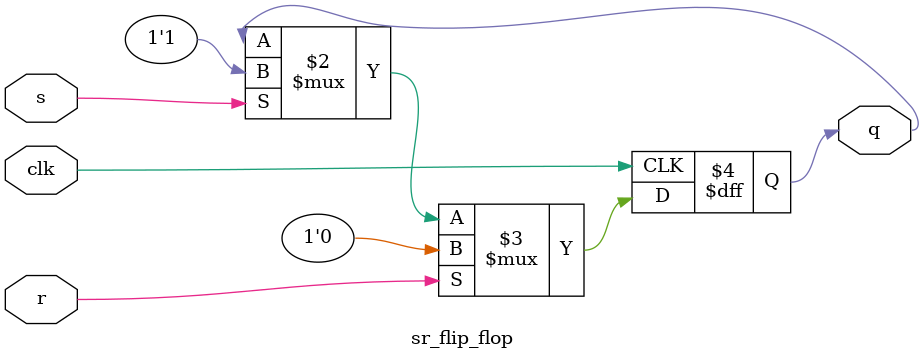
<source format=sv>
module sr_flip_flop 
(
    input clk,
    input s,
    input r,
    output logic q
);

always_ff @(posedge clk)
begin
    q <= r ? 1'b0 : s ? 1'b1 : q;
end

endmodule

</source>
